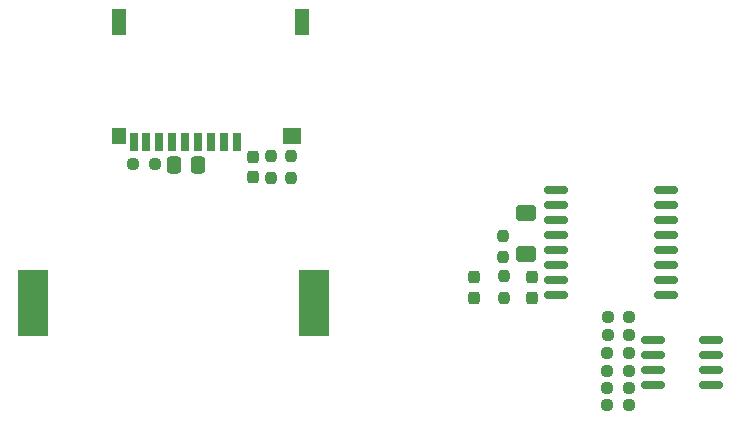
<source format=gbr>
%TF.GenerationSoftware,KiCad,Pcbnew,7.0.2*%
%TF.CreationDate,2024-10-19T10:13:07+03:00*%
%TF.ProjectId,gps_tracer,6770735f-7472-4616-9365-722e6b696361,rev?*%
%TF.SameCoordinates,Original*%
%TF.FileFunction,Paste,Bot*%
%TF.FilePolarity,Positive*%
%FSLAX46Y46*%
G04 Gerber Fmt 4.6, Leading zero omitted, Abs format (unit mm)*
G04 Created by KiCad (PCBNEW 7.0.2) date 2024-10-19 10:13:07*
%MOMM*%
%LPD*%
G01*
G04 APERTURE LIST*
G04 Aperture macros list*
%AMRoundRect*
0 Rectangle with rounded corners*
0 $1 Rounding radius*
0 $2 $3 $4 $5 $6 $7 $8 $9 X,Y pos of 4 corners*
0 Add a 4 corners polygon primitive as box body*
4,1,4,$2,$3,$4,$5,$6,$7,$8,$9,$2,$3,0*
0 Add four circle primitives for the rounded corners*
1,1,$1+$1,$2,$3*
1,1,$1+$1,$4,$5*
1,1,$1+$1,$6,$7*
1,1,$1+$1,$8,$9*
0 Add four rect primitives between the rounded corners*
20,1,$1+$1,$2,$3,$4,$5,0*
20,1,$1+$1,$4,$5,$6,$7,0*
20,1,$1+$1,$6,$7,$8,$9,0*
20,1,$1+$1,$8,$9,$2,$3,0*%
G04 Aperture macros list end*
%ADD10RoundRect,0.237500X-0.250000X-0.237500X0.250000X-0.237500X0.250000X0.237500X-0.250000X0.237500X0*%
%ADD11RoundRect,0.150000X-0.825000X-0.150000X0.825000X-0.150000X0.825000X0.150000X-0.825000X0.150000X0*%
%ADD12RoundRect,0.237500X-0.237500X0.250000X-0.237500X-0.250000X0.237500X-0.250000X0.237500X0.250000X0*%
%ADD13RoundRect,0.237500X0.237500X-0.250000X0.237500X0.250000X-0.237500X0.250000X-0.237500X-0.250000X0*%
%ADD14RoundRect,0.237500X0.237500X-0.300000X0.237500X0.300000X-0.237500X0.300000X-0.237500X-0.300000X0*%
%ADD15RoundRect,0.250000X-0.600000X0.400000X-0.600000X-0.400000X0.600000X-0.400000X0.600000X0.400000X0*%
%ADD16RoundRect,0.250000X0.337500X0.475000X-0.337500X0.475000X-0.337500X-0.475000X0.337500X-0.475000X0*%
%ADD17RoundRect,0.150000X0.875000X0.150000X-0.875000X0.150000X-0.875000X-0.150000X0.875000X-0.150000X0*%
%ADD18RoundRect,0.237500X0.250000X0.237500X-0.250000X0.237500X-0.250000X-0.237500X0.250000X-0.237500X0*%
%ADD19R,2.600000X5.560000*%
%ADD20RoundRect,0.237500X-0.237500X0.300000X-0.237500X-0.300000X0.237500X-0.300000X0.237500X0.300000X0*%
%ADD21R,0.700000X1.600000*%
%ADD22R,1.200000X2.200000*%
%ADD23R,1.600000X1.400000*%
%ADD24R,1.200000X1.400000*%
G04 APERTURE END LIST*
D10*
%TO.C,R29*%
X99007500Y-70900000D03*
X100832500Y-70900000D03*
%TD*%
%TO.C,JP1*%
X99015000Y-67850000D03*
X100840000Y-67850000D03*
%TD*%
D11*
%TO.C,U13*%
X102865000Y-72105000D03*
X102865000Y-70835000D03*
X102865000Y-69565000D03*
X102865000Y-68295000D03*
X107815000Y-68295000D03*
X107815000Y-69565000D03*
X107815000Y-70835000D03*
X107815000Y-72105000D03*
%TD*%
D12*
%TO.C,R10*%
X72210000Y-52730000D03*
X72210000Y-54555000D03*
%TD*%
D13*
%TO.C,R31*%
X90190000Y-61310000D03*
X90190000Y-59485000D03*
%TD*%
D14*
%TO.C,C16*%
X69010000Y-54520000D03*
X69010000Y-52795000D03*
%TD*%
D10*
%TO.C,JP3*%
X99005000Y-72370000D03*
X100830000Y-72370000D03*
%TD*%
D14*
%TO.C,C27*%
X92660000Y-64700000D03*
X92660000Y-62975000D03*
%TD*%
D10*
%TO.C,R28*%
X99035000Y-66320000D03*
X100860000Y-66320000D03*
%TD*%
%TO.C,JP2*%
X99005000Y-69370000D03*
X100830000Y-69370000D03*
%TD*%
D15*
%TO.C,D3*%
X92130000Y-57520000D03*
X92130000Y-61020000D03*
%TD*%
D12*
%TO.C,JP4*%
X90230000Y-62920000D03*
X90230000Y-64745000D03*
%TD*%
D16*
%TO.C,C1*%
X64345000Y-53480000D03*
X62270000Y-53480000D03*
%TD*%
D17*
%TO.C,U14*%
X103990000Y-55580000D03*
X103990000Y-56850000D03*
X103990000Y-58120000D03*
X103990000Y-59390000D03*
X103990000Y-60660000D03*
X103990000Y-61930000D03*
X103990000Y-63200000D03*
X103990000Y-64470000D03*
X94690000Y-64470000D03*
X94690000Y-63200000D03*
X94690000Y-61930000D03*
X94690000Y-60660000D03*
X94690000Y-59390000D03*
X94690000Y-58120000D03*
X94690000Y-56850000D03*
X94690000Y-55580000D03*
%TD*%
D18*
%TO.C,R12*%
X60670000Y-53400000D03*
X58845000Y-53400000D03*
%TD*%
D19*
%TO.C,BT1*%
X50370000Y-65130000D03*
X74180000Y-65130000D03*
%TD*%
D12*
%TO.C,R24*%
X70550000Y-52730000D03*
X70550000Y-54555000D03*
%TD*%
D20*
%TO.C,C28*%
X87720000Y-62980000D03*
X87720000Y-64705000D03*
%TD*%
D10*
%TO.C,R30*%
X99005000Y-73830000D03*
X100830000Y-73830000D03*
%TD*%
D21*
%TO.C,J5*%
X67680000Y-51510000D03*
X66580000Y-51510000D03*
X65480000Y-51510000D03*
X64380000Y-51510000D03*
X63280000Y-51510000D03*
X62180000Y-51510000D03*
X61080000Y-51510000D03*
X59980000Y-51510000D03*
X58880000Y-51510000D03*
D22*
X73180000Y-41410000D03*
D23*
X72280000Y-51010000D03*
D24*
X57680000Y-51010000D03*
D22*
X57680000Y-41410000D03*
%TD*%
M02*

</source>
